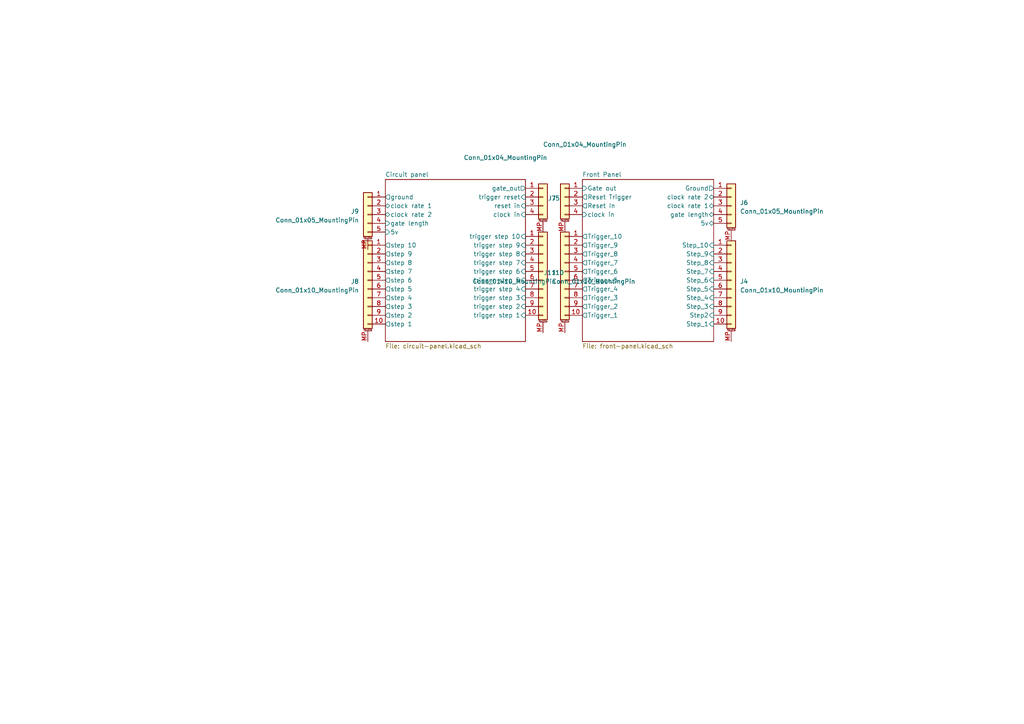
<source format=kicad_sch>
(kicad_sch (version 20230121) (generator eeschema)
  (paper "A4")
  (lib_symbols
    (symbol "Connector_Generic_MountingPin:Conn_01x04_MountingPin" (pin_names (offset 1.016) hide)
      (property "Reference" "J" (at 0 5.08 0))
      (property "Value" "Conn_01x04_MountingPin" (at 1.27 -7.62 0))
      (symbol "Conn_01x04_MountingPin_1_1"
        (rectangle (start -1.27 -4.953) (end 0 -5.207) (stroke (width 0.1524)))
        (rectangle (start -1.27 -2.413) (end 0 -2.667) (stroke (width 0.1524)))
        (rectangle (start -1.27 0.127) (end 0 -0.127) (stroke (width 0.1524)))
        (rectangle (start -1.27 2.667) (end 0 2.413) (stroke (width 0.1524)))
        (rectangle (start -1.27 3.81) (end 1.27 -6.35) (stroke (width 0.254)) (fill (type background)))
        (polyline (pts (xy -1.016 -7.112) (xy 1.016 -7.112)) (stroke (width 0.1524)))
        (text "Mounting" (at 0 -6.731 0) (effects (font (size 0.381 0.381))))
        (pin passive line (at -5.08 2.54 0) (length 3.81) (name "Pin_1") (number "1"))
        (pin passive line (at -5.08 0 0) (length 3.81) (name "Pin_2") (number "2"))
        (pin passive line (at -5.08 -2.54 0) (length 3.81) (name "Pin_3") (number "3"))
        (pin passive line (at -5.08 -5.08 0) (length 3.81) (name "Pin_4") (number "4"))
        (pin passive line (at 0 -10.16 90) (length 3.048) (name "MountPin") (number "MP"))
      )
    )
    (symbol "Connector_Generic_MountingPin:Conn_01x05_MountingPin" (pin_names (offset 1.016) hide)
      (property "Reference" "J" (at 0 7.62 0))
      (property "Value" "Conn_01x05_MountingPin" (at 1.27 -7.62 0))
      (symbol "Conn_01x05_MountingPin_1_1"
        (rectangle (start -1.27 -4.953) (end 0 -5.207) (stroke (width 0.1524)))
        (rectangle (start -1.27 -2.413) (end 0 -2.667) (stroke (width 0.1524)))
        (rectangle (start -1.27 0.127) (end 0 -0.127) (stroke (width 0.1524)))
        (rectangle (start -1.27 2.667) (end 0 2.413) (stroke (width 0.1524)))
        (rectangle (start -1.27 5.207) (end 0 4.953) (stroke (width 0.1524)))
        (rectangle (start -1.27 6.35) (end 1.27 -6.35) (stroke (width 0.254)) (fill (type background)))
        (polyline (pts (xy -1.016 -7.112) (xy 1.016 -7.112)) (stroke (width 0.1524)))
        (text "Mounting" (at 0 -6.731 0) (effects (font (size 0.381 0.381))))
        (pin passive line (at -5.08 5.08 0) (length 3.81) (name "Pin_1") (number "1"))
        (pin passive line (at -5.08 2.54 0) (length 3.81) (name "Pin_2") (number "2"))
        (pin passive line (at -5.08 0 0) (length 3.81) (name "Pin_3") (number "3"))
        (pin passive line (at -5.08 -2.54 0) (length 3.81) (name "Pin_4") (number "4"))
        (pin passive line (at -5.08 -5.08 0) (length 3.81) (name "Pin_5") (number "5"))
        (pin passive line (at 0 -10.16 90) (length 3.048) (name "MountPin") (number "MP"))
      )
    )
    (symbol "Connector_Generic_MountingPin:Conn_01x10_MountingPin" (pin_names (offset 1.016) hide)
      (property "Reference" "J" (at 0 12.7 0))
      (property "Value" "Conn_01x10_MountingPin" (at 1.27 -15.24 0))
      (symbol "Conn_01x10_MountingPin_1_1"
        (rectangle (start -1.27 -12.573) (end 0 -12.827) (stroke (width 0.1524)))
        (rectangle (start -1.27 -10.033) (end 0 -10.287) (stroke (width 0.1524)))
        (rectangle (start -1.27 -7.493) (end 0 -7.747) (stroke (width 0.1524)))
        (rectangle (start -1.27 -4.953) (end 0 -5.207) (stroke (width 0.1524)))
        (rectangle (start -1.27 -2.413) (end 0 -2.667) (stroke (width 0.1524)))
        (rectangle (start -1.27 0.127) (end 0 -0.127) (stroke (width 0.1524)))
        (rectangle (start -1.27 2.667) (end 0 2.413) (stroke (width 0.1524)))
        (rectangle (start -1.27 5.207) (end 0 4.953) (stroke (width 0.1524)))
        (rectangle (start -1.27 7.747) (end 0 7.493) (stroke (width 0.1524)))
        (rectangle (start -1.27 10.287) (end 0 10.033) (stroke (width 0.1524)))
        (rectangle (start -1.27 11.43) (end 1.27 -13.97) (stroke (width 0.254)) (fill (type background)))
        (polyline (pts (xy -1.016 -14.732) (xy 1.016 -14.732)) (stroke (width 0.1524)))
        (text "Mounting" (at 0 -14.351 0) (effects (font (size 0.381 0.381))))
        (pin passive line (at -5.08 10.16 0) (length 3.81) (name "Pin_1") (number "1"))
        (pin passive line (at -5.08 -12.7 0) (length 3.81) (name "Pin_10") (number "10"))
        (pin passive line (at -5.08 7.62 0) (length 3.81) (name "Pin_2") (number "2"))
        (pin passive line (at -5.08 5.08 0) (length 3.81) (name "Pin_3") (number "3"))
        (pin passive line (at -5.08 2.54 0) (length 3.81) (name "Pin_4") (number "4"))
        (pin passive line (at -5.08 0 0) (length 3.81) (name "Pin_5") (number "5"))
        (pin passive line (at -5.08 -2.54 0) (length 3.81) (name "Pin_6") (number "6"))
        (pin passive line (at -5.08 -5.08 0) (length 3.81) (name "Pin_7") (number "7"))
        (pin passive line (at -5.08 -7.62 0) (length 3.81) (name "Pin_8") (number "8"))
        (pin passive line (at -5.08 -10.16 0) (length 3.81) (name "Pin_9") (number "9"))
        (pin passive line (at 0 -17.78 90) (length 3.048) (name "MountPin") (number "MP"))
      )
    )
  )
  (symbol (lib_id "Connector_Generic_MountingPin:Conn_01x10_MountingPin") (at 212.09 81.28 0) (unit 1)
    (property "Reference" "J4" (at 214.63 81.6356 0) (effects (justify left)))
    (property "Value" "Conn_01x10_MountingPin" (at 214.63 84.1756 0) (effects (justify left)))
    (property "Footprint" "Connector_PinHeader_2.54mm:PinHeader_1x10_P2.54mm_Vertical" (effects hide))
  )
  (symbol (lib_id "Connector_Generic_MountingPin:Conn_01x10_MountingPin") (at 163.83 78.74 0) (mirror y) (unit 1)
    (property "Reference" "J11" (at 161.29 79.0956 0) (effects (justify left)))
    (property "Value" "Conn_01x10_MountingPin" (at 161.29 81.6356 0) (effects (justify left)))
    (property "Footprint" "Connector_PinHeader_2.54mm:PinHeader_1x10_P2.54mm_Vertical" (effects hide))
  )
  (symbol (lib_id "Connector_Generic_MountingPin:Conn_01x04_MountingPin") (at 163.83 57.15 0) (mirror y) (unit 1)
    (property "Reference" "J7" (at 161.29 57.5056 0) (effects (justify left)))
    (property "Value" "Conn_01x04_MountingPin" (at 158.75 45.72 0) (effects (justify left)))
    (property "Footprint" "Connector_PinHeader_2.54mm:PinHeader_1x04_P2.54mm_Vertical" (effects hide))
  )
  (symbol (lib_id "Connector_Generic_MountingPin:Conn_01x04_MountingPin") (at 157.48 57.15 0) (unit 1)
    (property "Reference" "J5" (at 160.02 57.5056 0) (effects (justify left)))
    (property "Value" "Conn_01x04_MountingPin" (at 157.48 41.91 0) (effects (justify left)))
    (property "Footprint" "Connector_PinSocket_2.54mm:PinSocket_1x04_P2.54mm_Vertical" (effects hide))
  )
  (symbol (lib_id "Connector_Generic_MountingPin:Conn_01x10_MountingPin") (at 106.68 81.28 0) (mirror y) (unit 1)
    (property "Reference" "J8" (at 104.14 81.6356 0) (effects (justify left)))
    (property "Value" "Conn_01x10_MountingPin" (at 104.14 84.1756 0) (effects (justify left)))
    (property "Footprint" "Connector_PinSocket_2.54mm:PinSocket_1x10_P2.54mm_Vertical" (effects hide))
  )
  (symbol (lib_id "Connector_Generic_MountingPin:Conn_01x05_MountingPin") (at 106.68 62.23 0) (mirror y) (unit 1)
    (property "Reference" "J9" (at 104.14 61.3156 0) (effects (justify left)))
    (property "Value" "Conn_01x05_MountingPin" (at 104.14 63.8556 0) (effects (justify left)))
    (property "Footprint" "Connector_PinSocket_2.54mm:PinSocket_1x05_P2.54mm_Vertical" (effects hide))
  )
  (symbol (lib_id "Connector_Generic_MountingPin:Conn_01x05_MountingPin") (at 212.09 59.69 0) (unit 1)
    (property "Reference" "J6" (at 214.63 58.7756 0) (effects (justify left)))
    (property "Value" "Conn_01x05_MountingPin" (at 214.63 61.3156 0) (effects (justify left)))
    (property "Footprint" "Connector_PinHeader_2.54mm:PinHeader_1x05_P2.54mm_Vertical" (effects hide))
  )
  (symbol (lib_id "Connector_Generic_MountingPin:Conn_01x10_MountingPin") (at 157.48 78.74 0) (unit 1)
    (property "Reference" "J10" (at 160.02 79.0956 0) (effects (justify left)))
    (property "Value" "Conn_01x10_MountingPin" (at 160.02 81.6356 0) (effects (justify left)))
    (property "Footprint" "Connector_PinSocket_2.54mm:PinSocket_1x10_P2.54mm_Vertical" (effects hide))
  )
  (sheet (at 111.76 52.07) (size 40.64 46.99) (stroke (width 0.1524))
    (property "Sheetname" "Circuit panel" (at 111.76 51.3584 0) (effects (justify left bottom)))
    (property "Sheetfile" "circuit-panel.kicad_sch" (at 111.76 99.6446 0) (effects (justify left top)))
    (pin "step 1" output (at 111.76 93.98 180))
    (pin "step 4" output (at 111.76 86.36 180))
    (pin "step 3" output (at 111.76 88.9 180))
    (pin "step 5" output (at 111.76 83.82 180))
    (pin "step 2" output (at 111.76 91.44 180))
    (pin "step 8" output (at 111.76 76.2 180))
    (pin "step 7" output (at 111.76 78.74 180))
    (pin "step 9" output (at 111.76 73.66 180))
    (pin "step 10" output (at 111.76 71.12 180))
    (pin "step 6" output (at 111.76 81.28 180))
    (pin "gate_out" output (at 152.4 54.61 0))
    (pin "clock in" input (at 152.4 62.23 0))
    (pin "reset in" input (at 152.4 59.69 0))
    (pin "trigger step 10" input (at 152.4 68.58 0))
    (pin "trigger step 8" input (at 152.4 73.66 0))
    (pin "trigger step 9" input (at 152.4 71.12 0))
    (pin "trigger step 6" input (at 152.4 78.74 0))
    (pin "trigger step 7" input (at 152.4 76.2 0))
    (pin "trigger step 4" input (at 152.4 83.82 0))
    (pin "trigger step 1" input (at 152.4 91.44 0))
    (pin "trigger step 2" input (at 152.4 88.9 0))
    (pin "trigger step 5" input (at 152.4 81.28 0))
    (pin "trigger step 3" input (at 152.4 86.36 0))
    (pin "ground" output (at 111.76 57.15 180))
    (pin "clock rate 2" bidirectional (at 111.76 62.23 180))
    (pin "clock rate 1" bidirectional (at 111.76 59.69 180))
    (pin "5v" input (at 111.76 67.31 180))
    (pin "gate length" input (at 111.76 64.77 180))
    (pin "trigger reset" input (at 152.4 57.15 0))
  )
  (sheet (at 168.91 52.07) (size 38.1 46.99) (stroke (width 0.1524))
    (property "Sheetname" "Front Panel" (at 168.91 51.3584 0) (effects (justify left bottom)))
    (property "Sheetfile" "front-panel.kicad_sch" (at 168.91 99.6446 0) (effects (justify left top)))
    (pin "Trigger_6" output (at 168.91 78.74 180))
    (pin "Trigger_5" output (at 168.91 81.28 180))
    (pin "Trigger_8" output (at 168.91 73.66 180))
    (pin "Trigger_7" output (at 168.91 76.2 180))
    (pin "Step_7" input (at 207.01 78.74 0))
    (pin "Step_6" input (at 207.01 81.28 0))
    (pin "Step_5" input (at 207.01 83.82 0))
    (pin "Step_10" input (at 207.01 71.12 0))
    (pin "Step_9" input (at 207.01 73.66 0))
    (pin "Step_8" input (at 207.01 76.2 0))
    (pin "Step_1" input (at 207.01 93.98 0))
    (pin "Step_3" input (at 207.01 88.9 0))
    (pin "Step2" input (at 207.01 91.44 0))
    (pin "Step_4" input (at 207.01 86.36 0))
    (pin "Trigger_9" output (at 168.91 71.12 180))
    (pin "Trigger_10" output (at 168.91 68.58 180))
    (pin "Trigger_2" output (at 168.91 88.9 180))
    (pin "Trigger_3" output (at 168.91 86.36 180))
    (pin "Trigger_1" output (at 168.91 91.44 180))
    (pin "Trigger_4" output (at 168.91 83.82 180))
    (pin "clock in" input (at 168.91 62.23 180))
    (pin "Ground" output (at 207.01 54.61 0))
    (pin "Reset In" output (at 168.91 59.69 180))
    (pin "Gate out" input (at 168.91 54.61 180))
    (pin "Reset Trigger" output (at 168.91 57.15 180))
    (pin "clock rate 1" bidirectional (at 207.01 59.69 0))
    (pin "clock rate 2" bidirectional (at 207.01 57.15 0))
    (pin "5v" bidirectional (at 207.01 64.77 0))
    (pin "gate length" bidirectional (at 207.01 62.23 0))
  )
)
</source>
